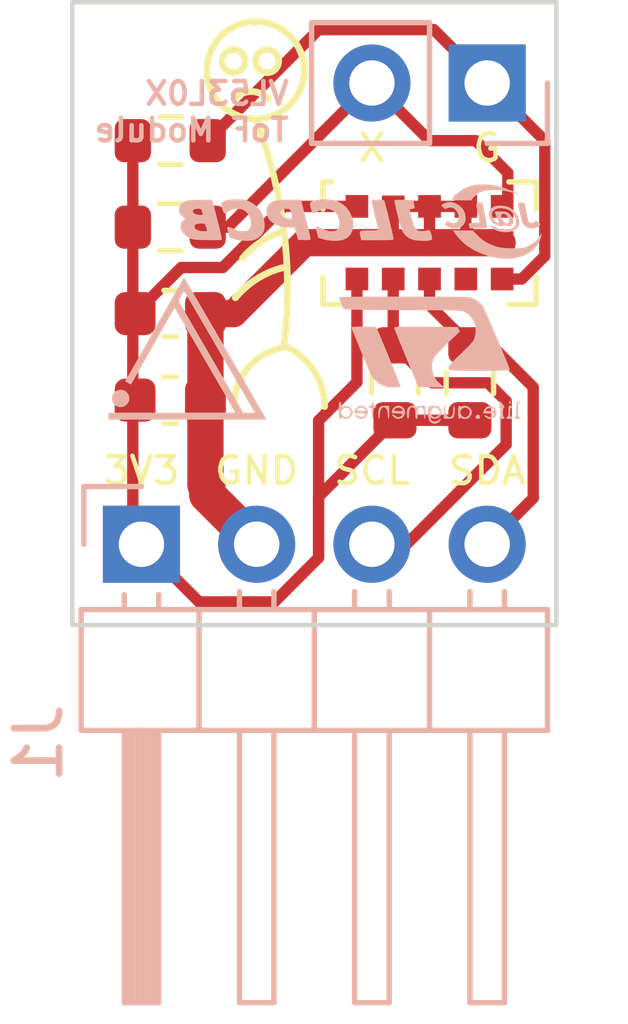
<source format=kicad_pcb>
(kicad_pcb (version 20221018) (generator pcbnew)
  (layers (0 "F.Cu" signal) (31 "B.Cu" signal) (34 "B.Paste" user) (35 "F.Paste" user) (36 "B.SilkS" user "B.Silkscreen") (37 "F.SilkS" user "F.Silkscreen") (38 "B.Mask" user) (39 "F.Mask" user) (44 "Edge.Cuts" user))
  (net 0 "")
  (net 1 "+3V3")
  (net 2 "GND")
  (net 3 "SCL")
  (net 4 "SDA")
  (net 5 "GPIO")
  (net 6 "XSHUT")
  (footprint "Resistor_SMD:R_0603_1608Metric" (layer "F.Cu") (at 73.279 67.564 90)
    (fp_text reference "R2" hide)
    (fp_text value "1.5k" hide)
    (pad "1" smd roundrect (at -0.825 0 90) (size 0.8 0.95) (layers "F.Cu" "F.Paste" "F.Mask") (net 1 "+3V3"))
    (pad "2" smd roundrect (at 0.825 0 90) (size 0.8 0.95) (layers "F.Cu" "F.Paste" "F.Mask") (net 4 "SDA"))
  )
  (footprint "Resistor_SMD:R_0603_1608Metric" (layer "F.Cu") (at 66.675 62.23)
    (fp_text reference "R1" hide)
    (fp_text value "10k" hide)
    (pad "1" smd roundrect (at -0.825 0) (size 0.8 0.95) (layers "F.Cu" "F.Paste" "F.Mask") (net 1 "+3V3"))
    (pad "2" smd roundrect (at 0.825 0) (size 0.8 0.95) (layers "F.Cu" "F.Paste" "F.Mask") (net 5 "GPIO"))
  )
  (footprint "OptoDevice:ST_VL53L0X" (layer "F.Cu") (at 72.39 64.478)
    (fp_text reference "U1" hide)
    (fp_text value "VL53L0X" hide)
    (pad "1" smd rect (at -1.6 -0.8 90) (size 0.5 0.5) (layers "F.Cu" "F.Paste" "F.Mask") (net 1 "+3V3"))
    (pad "2" smd rect (at -0.8 -0.79 90) (size 0.5 0.5) (layers "F.Cu" "F.Paste" "F.Mask") (net 2 "GND"))
    (pad "3" smd rect (at 0 -0.8 90) (size 0.5 0.5) (layers "F.Cu" "F.Paste" "F.Mask") (net 2 "GND"))
    (pad "4" smd rect (at 0.8 -0.8 90) (size 0.5 0.5) (layers "F.Cu" "F.Paste" "F.Mask") (net 2 "GND"))
    (pad "5" smd rect (at 1.6 -0.8 90) (size 0.5 0.5) (layers "F.Cu" "F.Paste" "F.Mask") (net 6 "XSHUT"))
    (pad "6" smd rect (at 1.6 0 90) (size 0.5 0.5) (layers "F.Cu" "F.Paste" "F.Mask") (net 2 "GND"))
    (pad "7" smd rect (at 1.6 0.8 90) (size 0.5 0.5) (layers "F.Cu" "F.Paste" "F.Mask") (net 5 "GPIO"))
    (pad "8" smd rect (at 0.8 0.8 90) (size 0.5 0.5) (layers "F.Cu" "F.Paste" "F.Mask"))
    (pad "9" smd rect (at 0 0.8 90) (size 0.5 0.5) (layers "F.Cu" "F.Paste" "F.Mask") (net 4 "SDA"))
    (pad "10" smd rect (at -0.8 0.8 90) (size 0.5 0.5) (layers "F.Cu" "F.Paste" "F.Mask") (net 3 "SCL"))
    (pad "11" smd rect (at -1.6 0.8 90) (size 0.5 0.5) (layers "F.Cu" "F.Paste" "F.Mask") (net 1 "+3V3"))
    (pad "12" smd rect (at -1.6 0 90) (size 0.5 0.5) (layers "F.Cu" "F.Paste" "F.Mask") (net 2 "GND"))
  )
  (footprint "Capacitor_SMD:C_0603_1608Metric" (layer "F.Cu") (at 66.675 67.945)
    (fp_text reference "C1" hide)
    (fp_text value "0.1u" hide)
    (pad "1" smd roundrect (at -0.775 0) (size 0.9 0.95) (layers "F.Cu" "F.Paste" "F.Mask") (net 1 "+3V3"))
    (pad "2" smd roundrect (at 0.775 0) (size 0.9 0.95) (layers "F.Cu" "F.Paste" "F.Mask") (net 2 "GND"))
  )
  (footprint "Capacitor_SMD:C_0603_1608Metric" (layer "F.Cu") (at 66.675 66.04)
    (fp_text reference "C2" hide)
    (fp_text value "4.7u" hide)
    (pad "1" smd roundrect (at -0.775 0) (size 0.9 0.95) (layers "F.Cu" "F.Paste" "F.Mask") (net 1 "+3V3"))
    (pad "2" smd roundrect (at 0.775 0) (size 0.9 0.95) (layers "F.Cu" "F.Paste" "F.Mask") (net 2 "GND"))
  )
  (footprint "Resistor_SMD:R_0603_1608Metric" (layer "F.Cu") (at 66.675 64.135)
    (fp_text reference "R4" hide)
    (fp_text value "10k" hide)
    (pad "1" smd roundrect (at -0.825 0) (size 0.8 0.95) (layers "F.Cu" "F.Paste" "F.Mask") (net 1 "+3V3"))
    (pad "2" smd roundrect (at 0.825 0) (size 0.8 0.95) (layers "F.Cu" "F.Paste" "F.Mask") (net 6 "XSHUT"))
  )
  (footprint "Resistor_SMD:R_0603_1608Metric" (layer "F.Cu") (at 71.628 67.564 90)
    (fp_text reference "R3" hide)
    (fp_text value "1.5k" hide)
    (pad "1" smd roundrect (at -0.825 0 90) (size 0.8 0.95) (layers "F.Cu" "F.Paste" "F.Mask") (net 1 "+3V3"))
    (pad "2" smd roundrect (at 0.825 0 90) (size 0.8 0.95) (layers "F.Cu" "F.Paste" "F.Mask") (net 3 "SCL"))
  )
  (footprint "Connector_PinHeader_2.54mm:PinHeader_1x02_P2.54mm_Vertical" (layer "B.Cu") (at 73.66 60.96 90)
    (fp_text reference "J2" hide)
    (fp_text value "Conn_01x02" hide)
    (pad "1" thru_hole rect (at 0 0 90) (size 1.7 1.7) (drill 1) (layers "*.Cu" "*.Mask") (net 5 "GPIO"))
    (pad "2" thru_hole oval (at 0 -2.54 90) (size 1.7 1.7) (drill 1) (layers "*.Cu" "*.Mask") (net 6 "XSHUT"))
  )
  (footprint "logo:st_logo_small" (layer "B.Cu") (at 72.39 67.056 180)
    (fp_text reference "G***" hide)
    (fp_text value "LOGO" hide)
  )
  (footprint "logo:tuton_logo_small" (layer "B.Cu") (at 67.056 66.802 180)
    (fp_text reference "G***" hide)
    (fp_text value "LOGO" hide)
  )
  (footprint "logo:jlcpcb_log_small" (layer "B.Cu") (at 70.866 64.008 180)
    (fp_text reference "G***" hide)
    (fp_text value "LOGO" hide)
  )
  (footprint "Connector_PinHeader_2.54mm:PinHeader_1x04_P2.54mm_Horizontal" (layer "B.Cu") (at 66.04 71.12 -90)
    (fp_text reference "J1" (at 4.385 2.27 90) (layer "B.SilkS") (effects (justify mirror)))
    (fp_text value "Conn_01x04")
    (pad "1" thru_hole rect (at 0 0 270) (size 1.7 1.7) (drill 1) (layers "*.Cu" "*.Mask") (net 1 "+3V3"))
    (pad "2" thru_hole oval (at 0 -2.54 270) (size 1.7 1.7) (drill 1) (layers "*.Cu" "*.Mask") (net 2 "GND"))
    (pad "3" thru_hole oval (at 0 -5.08 270) (size 1.7 1.7) (drill 1) (layers "*.Cu" "*.Mask") (net 3 "SCL"))
    (pad "4" thru_hole oval (at 0 -7.62 270) (size 1.7 1.7) (drill 1) (layers "*.Cu" "*.Mask") (net 4 "SDA"))
  )
  (gr_arc (start 68.268971 64.821754) (mid 68.680516 64.455954) (end 69.181525 64.227551) (stroke (width 0.15)) (layer "F.SilkS"))
  (gr_arc (start 69.24142 66.777107) (mid 69.85 67.31) (end 70.076554 68.086542) (stroke (width 0.15)) (layer "F.SilkS"))
  (gr_arc (start 68.554849 61.752535) (mid 69.181525 64.227551) (end 69.175573 66.780666) (stroke (width 0.15)) (layer "F.SilkS"))
  (gr_circle (center 68.80885 60.47715) (end 68.80885 60.73115) (stroke (width 0.15)) (fill none) (layer "F.SilkS"))
  (gr_arc (start 68.085398 61.304119) (mid 68.459699 61.149078) (end 68.834 61.304119) (stroke (width 0.15)) (layer "F.SilkS"))
  (gr_arc (start 68.110512 65.690312) (mid 68.58 65.278) (end 69.153093 65.029032) (stroke (width 0.15)) (layer "F.SilkS"))
  (gr_arc (start 68.07609 68.086542) (mid 68.40961 67.210099) (end 69.24142 66.777108) (stroke (width 0.15)) (layer "F.SilkS"))
  (gr_circle (center 68.55485 60.68085) (end 68.80885 61.722) (stroke (width 0.15)) (fill none) (layer "F.SilkS"))
  (gr_circle (center 68.072 60.47715) (end 68.072 60.73115) (stroke (width 0.15)) (fill none) (layer "F.SilkS"))
  (gr_rect (start 64.516 59.182) (end 75.186 72.902) (stroke (width 0.1)) (fill none) (layer "Edge.Cuts"))
  (gr_text "VL53L0X \nToF Module" (at 69.342 62.29) (layer "B.SilkS") (effects (font (size 0.5 0.5) (thickness 0.1) bold) (justify left bottom mirror)))
  (gr_text "X" (at 71.12 62.738) (layer "F.SilkS") (effects (font (size 0.6 0.6) (thickness 0.1) bold) (justify bottom)))
  (gr_text "SCL\n" (at 71.12 69.85) (layer "F.SilkS") (effects (font (size 0.6 0.6) (thickness 0.1) bold) (justify bottom)))
  (gr_text "3V3" (at 66.04 69.85) (layer "F.SilkS") (effects (font (size 0.6 0.6) (thickness 0.1) bold) (justify bottom)))
  (gr_text "GND\n" (at 68.58 69.85) (layer "F.SilkS") (effects (font (size 0.6 0.6) (thickness 0.1) bold) (justify bottom)))
  (gr_text "G" (at 73.66 62.738) (layer "F.SilkS") (effects (font (size 0.6 0.6) (thickness 0.1) bold) (justify bottom)))
  (gr_text "SDA" (at 73.66 69.85) (layer "F.SilkS") (effects (font (size 0.6 0.6) (thickness 0.1) bold) (justify bottom)))
  (segment (start 69.180004 63.678) (end 67.834004 65.024) (width 0.25) (layer "F.Cu") (net 1))
  (segment (start 70.79 67.551) (end 69.945 68.396) (width 0.25) (layer "F.Cu") (net 1))
  (segment (start 67.31 72.39) (end 66.04 71.12) (width 0.25) (layer "F.Cu") (net 1))
  (segment (start 69.945 68.396) (end 69.945 71.416701) (width 0.25) (layer "F.Cu") (net 1))
  (segment (start 69.945 71.416701) (end 68.971701 72.39) (width 0.25) (layer "F.Cu") (net 1))
  (segment (start 68.971701 72.39) (end 67.31 72.39) (width 0.25) (layer "F.Cu") (net 1))
  (segment (start 71.628 68.389) (end 69.945 70.072) (width 0.25) (layer "F.Cu") (net 1))
  (segment (start 66.916 65.024) (end 65.9 66.04) (width 0.25) (layer "F.Cu") (net 1))
  (segment (start 65.85 70.93) (end 66.04 71.12) (width 0.25) (layer "F.Cu") (net 1))
  (segment (start 70.79 65.278) (end 70.79 67.551) (width 0.25) (layer "F.Cu") (net 1))
  (segment (start 70.79 63.678) (end 69.180004 63.678) (width 0.25) (layer "F.Cu") (net 1))
  (segment (start 65.85 62.23) (end 65.85 70.93) (width 0.25) (layer "F.Cu") (net 1))
  (segment (start 69.945 70.072) (end 69.945 71.416701) (width 0.25) (layer "F.Cu") (net 1))
  (segment (start 67.834004 65.024) (end 66.916 65.024) (width 0.25) (layer "F.Cu") (net 1))
  (segment (start 73.279 68.389) (end 71.628 68.389) (width 0.25) (layer "F.Cu") (net 1))
  (segment (start 72.39 63.678) (end 72.39 64.478) (width 0.25) (layer "F.Cu") (net 2))
  (segment (start 67.49 69.85) (end 67.45 69.81) (width 0.8) (layer "F.Cu") (net 2))
  (segment (start 67.45 69.81) (end 67.45 67.945) (width 0.8) (layer "F.Cu") (net 2))
  (segment (start 73.99 64.478) (end 72.39 64.478) (width 0.6) (layer "F.Cu") (net 2))
  (segment (start 72.39 64.478) (end 69.634 64.478) (width 0.6) (layer "F.Cu") (net 2))
  (segment (start 71.3 64.478) (end 70.79 64.478) (width 0.25) (layer "F.Cu") (net 2))
  (segment (start 71.59 63.678) (end 72.39 63.678) (width 0.25) (layer "F.Cu") (net 2))
  (segment (start 67.45 67.945) (end 67.45 66.04) (width 0.8) (layer "F.Cu") (net 2))
  (segment (start 67.49 70.03) (end 67.49 69.85) (width 0.8) (layer "F.Cu") (net 2))
  (segment (start 73.19 63.678) (end 73.19 64.178) (width 0.25) (layer "F.Cu") (net 2))
  (segment (start 73.49 64.478) (end 73.99 64.478) (width 0.25) (layer "F.Cu") (net 2))
  (segment (start 71.59 63.688) (end 71.59 64.188) (width 0.25) (layer "F.Cu") (net 2))
  (segment (start 73.19 64.178) (end 73.49 64.478) (width 0.25) (layer "F.Cu") (net 2))
  (segment (start 71.59 64.188) (end 71.3 64.478) (width 0.25) (layer "F.Cu") (net 2))
  (segment (start 69.634 64.478) (end 68.072 66.04) (width 0.6) (layer "F.Cu") (net 2))
  (segment (start 68.072 66.04) (end 67.45 66.04) (width 0.6) (layer "F.Cu") (net 2))
  (segment (start 73.19 63.678) (end 72.39 63.678) (width 0.25) (layer "F.Cu") (net 2))
  (segment (start 68.58 71.12) (end 67.49 70.03) (width 0.8) (layer "F.Cu") (net 2))
  (segment (start 71.59 65.278) (end 71.59 66.701) (width 0.25) (layer "F.Cu") (net 3))
  (segment (start 74.079 68.923) (end 71.882 71.12) (width 0.25) (layer "F.Cu") (net 3))
  (segment (start 72.453 67.564) (end 73.677004 67.564) (width 0.25) (layer "F.Cu") (net 3))
  (segment (start 74.079 67.965996) (end 74.079 68.923) (width 0.25) (layer "F.Cu") (net 3))
  (segment (start 71.59 66.701) (end 71.628 66.739) (width 0.25) (layer "F.Cu") (net 3))
  (segment (start 71.628 66.739) (end 72.453 67.564) (width 0.25) (layer "F.Cu") (net 3))
  (segment (start 71.882 71.12) (end 71.12 71.12) (width 0.25) (layer "F.Cu") (net 3))
  (segment (start 73.677004 67.564) (end 74.079 67.965996) (width 0.25) (layer "F.Cu") (net 3))
  (segment (start 74.676 67.661) (end 74.676 70.104) (width 0.25) (layer "F.Cu") (net 4))
  (segment (start 72.39 65.85) (end 73.279 66.739) (width 0.25) (layer "F.Cu") (net 4))
  (segment (start 72.39 65.278) (end 72.39 65.85) (width 0.25) (layer "F.Cu") (net 4))
  (segment (start 74.676 70.104) (end 73.66 71.12) (width 0.25) (layer "F.Cu") (net 4))
  (segment (start 73.754 66.739) (end 74.676 67.661) (width 0.25) (layer "F.Cu") (net 4))
  (segment (start 73.279 66.739) (end 73.754 66.739) (width 0.25) (layer "F.Cu") (net 4))
  (segment (start 74.93 64.77) (end 74.422 65.278) (width 0.25) (layer "F.Cu") (net 5))
  (segment (start 74.422 65.278) (end 73.99 65.278) (width 0.25) (layer "F.Cu") (net 5))
  (segment (start 74.93 62.23) (end 74.93 64.77) (width 0.25) (layer "F.Cu") (net 5))
  (segment (start 69.945 59.785) (end 72.485 59.785) (width 0.25) (layer "F.Cu") (net 5))
  (segment (start 73.66 60.96) (end 74.93 62.23) (width 0.25) (layer "F.Cu") (net 5))
  (segment (start 72.485 59.785) (end 73.66 60.96) (width 0.25) (layer "F.Cu") (net 5))
  (segment (start 67.5 62.23) (end 69.945 59.785) (width 0.25) (layer "F.Cu") (net 5))
  (segment (start 72.39 62.23) (end 73.406 62.23) (width 0.25) (layer "F.Cu") (net 6))
  (segment (start 71.12 60.96) (end 71.36186 60.96) (width 0.25) (layer "F.Cu") (net 6))
  (segment (start 74.115 62.939) (end 74.115 63.553) (width 0.25) (layer "F.Cu") (net 6))
  (segment (start 67.5 64.135) (end 67.945 64.135) (width 0.25) (layer "F.Cu") (net 6))
  (segment (start 73.406 62.23) (end 74.115 62.939) (width 0.25) (layer "F.Cu") (net 6))
  (segment (start 73.99 63.58814) (end 73.99 63.678) (width 0.25) (layer "F.Cu") (net 6))
  (segment (start 67.945 64.135) (end 71.12 60.96) (width 0.25) (layer "F.Cu") (net 6))
  (segment (start 74.115 63.553) (end 73.99 63.678) (width 0.25) (layer "F.Cu") (net 6))
  (segment (start 71.12 60.96) (end 72.39 62.23) (width 0.25) (layer "F.Cu") (net 6))
)
</source>
